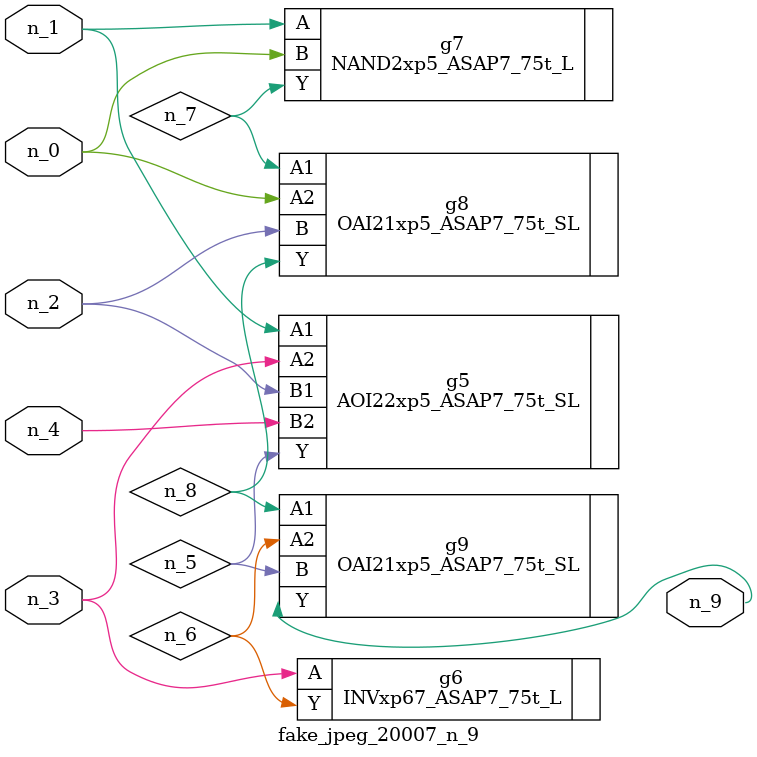
<source format=v>
module fake_jpeg_20007_n_9 (n_3, n_2, n_1, n_0, n_4, n_9);

input n_3;
input n_2;
input n_1;
input n_0;
input n_4;

output n_9;

wire n_8;
wire n_6;
wire n_5;
wire n_7;

AOI22xp5_ASAP7_75t_SL g5 ( 
.A1(n_1),
.A2(n_3),
.B1(n_2),
.B2(n_4),
.Y(n_5)
);

INVxp67_ASAP7_75t_L g6 ( 
.A(n_3),
.Y(n_6)
);

NAND2xp5_ASAP7_75t_L g7 ( 
.A(n_1),
.B(n_0),
.Y(n_7)
);

OAI21xp5_ASAP7_75t_SL g8 ( 
.A1(n_7),
.A2(n_0),
.B(n_2),
.Y(n_8)
);

OAI21xp5_ASAP7_75t_SL g9 ( 
.A1(n_8),
.A2(n_6),
.B(n_5),
.Y(n_9)
);


endmodule
</source>
